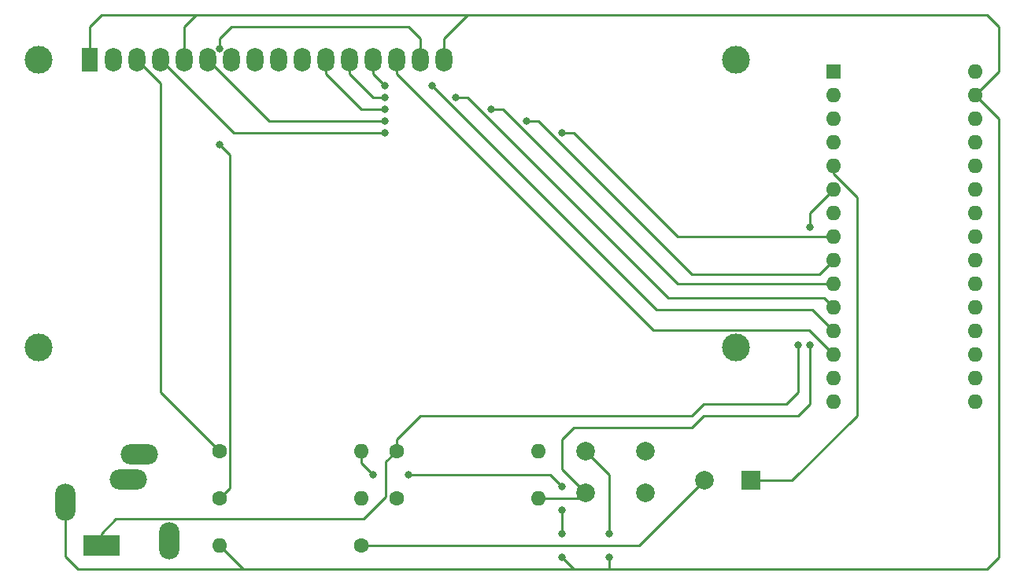
<source format=gbr>
%TF.GenerationSoftware,KiCad,Pcbnew,5.1.6*%
%TF.CreationDate,2020-06-14T13:39:51+02:00*%
%TF.ProjectId,pcb,7063622e-6b69-4636-9164-5f7063625858,rev?*%
%TF.SameCoordinates,Original*%
%TF.FileFunction,Copper,L1,Top*%
%TF.FilePolarity,Positive*%
%FSLAX46Y46*%
G04 Gerber Fmt 4.6, Leading zero omitted, Abs format (unit mm)*
G04 Created by KiCad (PCBNEW 5.1.6) date 2020-06-14 13:39:51*
%MOMM*%
%LPD*%
G01*
G04 APERTURE LIST*
%TA.AperFunction,ComponentPad*%
%ADD10R,1.600000X1.600000*%
%TD*%
%TA.AperFunction,ComponentPad*%
%ADD11O,1.600000X1.600000*%
%TD*%
%TA.AperFunction,ComponentPad*%
%ADD12R,4.000000X2.200000*%
%TD*%
%TA.AperFunction,ComponentPad*%
%ADD13O,2.200000X4.000000*%
%TD*%
%TA.AperFunction,ComponentPad*%
%ADD14O,4.000000X2.200000*%
%TD*%
%TA.AperFunction,ComponentPad*%
%ADD15C,1.600000*%
%TD*%
%TA.AperFunction,ComponentPad*%
%ADD16C,2.000000*%
%TD*%
%TA.AperFunction,ComponentPad*%
%ADD17R,1.800000X2.600000*%
%TD*%
%TA.AperFunction,ComponentPad*%
%ADD18O,1.800000X2.600000*%
%TD*%
%TA.AperFunction,ComponentPad*%
%ADD19C,3.000000*%
%TD*%
%TA.AperFunction,ComponentPad*%
%ADD20R,2.000000X2.000000*%
%TD*%
%TA.AperFunction,ViaPad*%
%ADD21C,0.800000*%
%TD*%
%TA.AperFunction,Conductor*%
%ADD22C,0.250000*%
%TD*%
G04 APERTURE END LIST*
D10*
%TO.P,A1,1*%
%TO.N,Net-(A1-Pad1)*%
X168910000Y-78486000D03*
D11*
%TO.P,A1,17*%
%TO.N,Net-(A1-Pad17)*%
X184150000Y-111506000D03*
%TO.P,A1,2*%
%TO.N,Net-(A1-Pad2)*%
X168910000Y-81026000D03*
%TO.P,A1,18*%
%TO.N,Net-(A1-Pad18)*%
X184150000Y-108966000D03*
%TO.P,A1,3*%
%TO.N,Net-(A1-Pad3)*%
X168910000Y-83566000D03*
%TO.P,A1,19*%
%TO.N,Net-(A1-Pad19)*%
X184150000Y-106426000D03*
%TO.P,A1,4*%
%TO.N,Net-(A1-Pad4)*%
X168910000Y-86106000D03*
%TO.P,A1,20*%
%TO.N,Net-(A1-Pad20)*%
X184150000Y-103886000D03*
%TO.P,A1,5*%
%TO.N,Net-(A1-Pad5)*%
X168910000Y-88646000D03*
%TO.P,A1,21*%
%TO.N,Net-(A1-Pad21)*%
X184150000Y-101346000D03*
%TO.P,A1,6*%
%TO.N,Net-(A1-Pad6)*%
X168910000Y-91186000D03*
%TO.P,A1,22*%
%TO.N,Net-(A1-Pad22)*%
X184150000Y-98806000D03*
%TO.P,A1,7*%
%TO.N,KEY_POS*%
X168910000Y-93726000D03*
%TO.P,A1,23*%
%TO.N,Net-(A1-Pad23)*%
X184150000Y-96266000D03*
%TO.P,A1,8*%
%TO.N,Net-(A1-Pad8)*%
X168910000Y-96266000D03*
%TO.P,A1,24*%
%TO.N,Net-(A1-Pad24)*%
X184150000Y-93726000D03*
%TO.P,A1,9*%
%TO.N,Net-(A1-Pad9)*%
X168910000Y-98806000D03*
%TO.P,A1,25*%
%TO.N,Net-(A1-Pad25)*%
X184150000Y-91186000D03*
%TO.P,A1,10*%
%TO.N,Net-(A1-Pad10)*%
X168910000Y-101346000D03*
%TO.P,A1,26*%
%TO.N,Net-(A1-Pad26)*%
X184150000Y-88646000D03*
%TO.P,A1,11*%
%TO.N,Net-(A1-Pad11)*%
X168910000Y-103886000D03*
%TO.P,A1,27*%
%TO.N,+5V*%
X184150000Y-86106000D03*
%TO.P,A1,12*%
%TO.N,Net-(A1-Pad12)*%
X168910000Y-106426000D03*
%TO.P,A1,28*%
%TO.N,Net-(A1-Pad28)*%
X184150000Y-83566000D03*
%TO.P,A1,13*%
%TO.N,Net-(A1-Pad13)*%
X168910000Y-108966000D03*
%TO.P,A1,29*%
%TO.N,GND*%
X184150000Y-81026000D03*
%TO.P,A1,14*%
%TO.N,Net-(A1-Pad14)*%
X168910000Y-111506000D03*
%TO.P,A1,30*%
%TO.N,Net-(A1-Pad30)*%
X184150000Y-78486000D03*
%TO.P,A1,15*%
%TO.N,Net-(A1-Pad15)*%
X168910000Y-114046000D03*
%TO.P,A1,16*%
%TO.N,Net-(A1-Pad16)*%
X184150000Y-114046000D03*
%TD*%
D12*
%TO.P,J1,T*%
%TO.N,KEY_POS*%
X90170000Y-129540000D03*
D13*
%TO.P,J1,TN*%
%TO.N,N/C*%
X97470000Y-129040000D03*
D14*
%TO.P,J1,RN*%
X93070000Y-122440000D03*
%TO.P,J1,R*%
X94270000Y-119740000D03*
D13*
%TO.P,J1,S*%
%TO.N,GND*%
X86270000Y-124940000D03*
%TD*%
D11*
%TO.P,R1,2*%
%TO.N,GND*%
X118110000Y-119380000D03*
D15*
%TO.P,R1,1*%
%TO.N,Net-(R1-Pad1)*%
X102870000Y-119380000D03*
%TD*%
%TO.P,R2,1*%
%TO.N,Net-(R2-Pad1)*%
X102870000Y-124460000D03*
D11*
%TO.P,R2,2*%
%TO.N,+5V*%
X118110000Y-124460000D03*
%TD*%
D15*
%TO.P,R3,1*%
%TO.N,Net-(BZ1-Pad2)*%
X118110000Y-129540000D03*
D11*
%TO.P,R3,2*%
%TO.N,GND*%
X102870000Y-129540000D03*
%TD*%
D15*
%TO.P,R4,1*%
%TO.N,KEY_POS*%
X121920000Y-119380000D03*
D11*
%TO.P,R4,2*%
%TO.N,+5V*%
X137160000Y-119380000D03*
%TD*%
%TO.P,R5,2*%
%TO.N,Net-(A1-Pad6)*%
X137160000Y-124460000D03*
D15*
%TO.P,R5,1*%
%TO.N,+5V*%
X121920000Y-124460000D03*
%TD*%
D16*
%TO.P,SW1,2*%
%TO.N,Net-(A1-Pad6)*%
X142240000Y-123880000D03*
%TO.P,SW1,1*%
%TO.N,GND*%
X142240000Y-119380000D03*
%TO.P,SW1,2*%
%TO.N,Net-(A1-Pad6)*%
X148740000Y-123880000D03*
%TO.P,SW1,1*%
%TO.N,GND*%
X148740000Y-119380000D03*
%TD*%
D17*
%TO.P,U1,1*%
%TO.N,GND*%
X88900000Y-77216000D03*
D18*
%TO.P,U1,2*%
%TO.N,+5V*%
X91440000Y-77216000D03*
%TO.P,U1,3*%
%TO.N,Net-(R1-Pad1)*%
X93980000Y-77216000D03*
%TO.P,U1,4*%
%TO.N,Net-(A1-Pad8)*%
X96520000Y-77216000D03*
%TO.P,U1,5*%
%TO.N,GND*%
X99060000Y-77216000D03*
%TO.P,U1,6*%
%TO.N,Net-(A1-Pad9)*%
X101600000Y-77216000D03*
%TO.P,U1,7*%
%TO.N,Net-(U1-Pad7)*%
X104140000Y-77216000D03*
%TO.P,U1,8*%
%TO.N,Net-(U1-Pad8)*%
X106680000Y-77216000D03*
%TO.P,U1,9*%
%TO.N,Net-(U1-Pad9)*%
X109220000Y-77216000D03*
%TO.P,U1,10*%
%TO.N,Net-(U1-Pad10)*%
X111760000Y-77216000D03*
%TO.P,U1,11*%
%TO.N,Net-(A1-Pad10)*%
X114300000Y-77216000D03*
%TO.P,U1,12*%
%TO.N,Net-(A1-Pad11)*%
X116840000Y-77216000D03*
%TO.P,U1,13*%
%TO.N,Net-(A1-Pad12)*%
X119380000Y-77216000D03*
%TO.P,U1,14*%
%TO.N,Net-(A1-Pad13)*%
X121920000Y-77216000D03*
%TO.P,U1,15*%
%TO.N,Net-(R2-Pad1)*%
X124460000Y-77216000D03*
%TO.P,U1,16*%
%TO.N,GND*%
X127000000Y-77216000D03*
D19*
%TO.P,U1,*%
%TO.N,*%
X83400900Y-77216000D03*
X83400900Y-108216700D03*
X158399480Y-108216700D03*
X158400000Y-77216000D03*
%TD*%
D20*
%TO.P,BZ1,1*%
%TO.N,Net-(A1-Pad5)*%
X160020000Y-122555000D03*
D16*
%TO.P,BZ1,2*%
%TO.N,Net-(BZ1-Pad2)*%
X155020000Y-122555000D03*
%TD*%
D21*
%TO.N,Net-(A1-Pad6)*%
X166370000Y-107950000D03*
X166370000Y-95250000D03*
%TO.N,KEY_POS*%
X165100000Y-107950000D03*
%TO.N,Net-(A1-Pad8)*%
X120650000Y-85090000D03*
X139700000Y-85090000D03*
%TO.N,Net-(A1-Pad9)*%
X120650000Y-83820000D03*
X135890000Y-83820000D03*
%TO.N,Net-(A1-Pad10)*%
X120650000Y-82550000D03*
X132080000Y-82550000D03*
%TO.N,Net-(A1-Pad11)*%
X120650000Y-81280000D03*
X128270000Y-81280000D03*
%TO.N,Net-(A1-Pad12)*%
X120650000Y-80010000D03*
X125730000Y-80010000D03*
%TO.N,GND*%
X144780000Y-128270000D03*
X144780000Y-130810000D03*
X119380000Y-121920000D03*
X123190000Y-121920000D03*
X139700000Y-123190000D03*
X139700000Y-125730000D03*
X139700000Y-128270000D03*
X139700000Y-130810000D03*
%TO.N,Net-(R2-Pad1)*%
X102870000Y-76017814D03*
X102870000Y-86360000D03*
%TD*%
D22*
%TO.N,Net-(A1-Pad5)*%
X171450000Y-115570000D02*
X164465000Y-122555000D01*
X171450000Y-92060998D02*
X171450000Y-115570000D01*
X168910000Y-89520998D02*
X171450000Y-92060998D01*
X164465000Y-122555000D02*
X160020000Y-122555000D01*
X168910000Y-88646000D02*
X168910000Y-89520998D01*
%TO.N,Net-(A1-Pad6)*%
X141660000Y-124460000D02*
X142240000Y-123880000D01*
X137160000Y-124460000D02*
X141660000Y-124460000D01*
X166370000Y-93726000D02*
X168910000Y-91186000D01*
X166370000Y-95250000D02*
X166370000Y-93726000D01*
X139700000Y-121340000D02*
X142240000Y-123880000D01*
X139700000Y-118110000D02*
X139700000Y-121340000D01*
X140970000Y-116840000D02*
X139700000Y-118110000D01*
X153670000Y-116840000D02*
X140970000Y-116840000D01*
X154940000Y-115570000D02*
X153670000Y-116840000D01*
X165100000Y-115570000D02*
X154940000Y-115570000D01*
X166370000Y-114300000D02*
X165100000Y-115570000D01*
X166370000Y-107950000D02*
X166370000Y-114300000D01*
%TO.N,KEY_POS*%
X90170000Y-129540000D02*
X90170000Y-128270000D01*
X91725010Y-126714990D02*
X118395010Y-126714990D01*
X90170000Y-128270000D02*
X91725010Y-126714990D01*
X120794999Y-120505001D02*
X121920000Y-119380000D01*
X120794999Y-124315001D02*
X120794999Y-120505001D01*
X118395010Y-126714990D02*
X120794999Y-124315001D01*
X121920000Y-119380000D02*
X121920000Y-118110000D01*
X121920000Y-118110000D02*
X124460000Y-115570000D01*
X124460000Y-115570000D02*
X153670000Y-115570000D01*
X153670000Y-115570000D02*
X154940000Y-114300000D01*
X154940000Y-114300000D02*
X163830000Y-114300000D01*
X165100000Y-113030000D02*
X165100000Y-107950000D01*
X163830000Y-114300000D02*
X165100000Y-113030000D01*
%TO.N,Net-(A1-Pad8)*%
X104394000Y-85090000D02*
X120650000Y-85090000D01*
X96520000Y-77216000D02*
X104394000Y-85090000D01*
X139700000Y-85090000D02*
X140970000Y-85090000D01*
X152146000Y-96266000D02*
X168910000Y-96266000D01*
X140970000Y-85090000D02*
X152146000Y-96266000D01*
%TO.N,Net-(A1-Pad9)*%
X108204000Y-83820000D02*
X120650000Y-83820000D01*
X101600000Y-77216000D02*
X108204000Y-83820000D01*
X135890000Y-83820000D02*
X137160000Y-83820000D01*
X137160000Y-83820000D02*
X153670000Y-100330000D01*
X167386000Y-100330000D02*
X168910000Y-98806000D01*
X153670000Y-100330000D02*
X167386000Y-100330000D01*
%TO.N,Net-(A1-Pad10)*%
X114300000Y-77216000D02*
X114300000Y-78740000D01*
X118110000Y-82550000D02*
X120650000Y-82550000D01*
X114300000Y-78740000D02*
X118110000Y-82550000D01*
X132080000Y-82550000D02*
X133350000Y-82550000D01*
X152146000Y-101346000D02*
X168910000Y-101346000D01*
X133350000Y-82550000D02*
X152146000Y-101346000D01*
%TO.N,Net-(A1-Pad11)*%
X116840000Y-77216000D02*
X116840000Y-78740000D01*
X119380000Y-81280000D02*
X120650000Y-81280000D01*
X116840000Y-78740000D02*
X119380000Y-81280000D01*
X128270000Y-81280000D02*
X129540000Y-81280000D01*
X129540000Y-81280000D02*
X151130000Y-102870000D01*
X167894000Y-102870000D02*
X168910000Y-103886000D01*
X151130000Y-102870000D02*
X167894000Y-102870000D01*
%TO.N,Net-(A1-Pad12)*%
X119380000Y-77216000D02*
X119380000Y-78740000D01*
X119380000Y-78740000D02*
X120650000Y-80010000D01*
X166624000Y-104140000D02*
X168910000Y-106426000D01*
X149860000Y-104140000D02*
X166624000Y-104140000D01*
X125730000Y-80010000D02*
X149860000Y-104140000D01*
%TO.N,Net-(A1-Pad13)*%
X121920000Y-77216000D02*
X121920000Y-78740000D01*
X166335699Y-106391699D02*
X168910000Y-108966000D01*
X149571699Y-106391699D02*
X166335699Y-106391699D01*
X121920000Y-78740000D02*
X149571699Y-106391699D01*
%TO.N,GND*%
X184150000Y-81026000D02*
X186690000Y-78486000D01*
X186690000Y-78486000D02*
X186690000Y-73660000D01*
X186690000Y-73660000D02*
X185420000Y-72390000D01*
X185420000Y-72390000D02*
X129540000Y-72390000D01*
X129540000Y-72390000D02*
X127000000Y-74930000D01*
X127000000Y-74930000D02*
X127000000Y-77216000D01*
X99060000Y-77216000D02*
X99060000Y-73660000D01*
X99060000Y-73660000D02*
X100330000Y-72390000D01*
X100330000Y-72390000D02*
X129540000Y-72390000D01*
X88900000Y-77216000D02*
X88900000Y-73660000D01*
X88900000Y-73660000D02*
X90170000Y-72390000D01*
X90170000Y-72390000D02*
X100330000Y-72390000D01*
X144780000Y-121920000D02*
X144780000Y-128270000D01*
X142240000Y-119380000D02*
X144780000Y-121920000D01*
X144780000Y-130810000D02*
X144780000Y-132080000D01*
X118110000Y-120650000D02*
X119380000Y-121920000D01*
X118110000Y-119380000D02*
X118110000Y-120650000D01*
X138430000Y-121920000D02*
X139700000Y-123190000D01*
X123190000Y-121920000D02*
X138430000Y-121920000D01*
X139700000Y-125730000D02*
X139700000Y-128270000D01*
X139700000Y-130810000D02*
X140970000Y-132080000D01*
X102870000Y-129540000D02*
X105410000Y-132080000D01*
X105410000Y-132080000D02*
X140970000Y-132080000D01*
X86270000Y-124940000D02*
X86270000Y-130720000D01*
X86270000Y-130720000D02*
X87630000Y-132080000D01*
X87630000Y-132080000D02*
X105410000Y-132080000D01*
X186690000Y-83566000D02*
X184150000Y-81026000D01*
X186690000Y-130810000D02*
X186690000Y-83566000D01*
X185420000Y-132080000D02*
X186690000Y-130810000D01*
X140970000Y-132080000D02*
X185420000Y-132080000D01*
%TO.N,Net-(BZ1-Pad2)*%
X148035000Y-129540000D02*
X155020000Y-122555000D01*
X118110000Y-129540000D02*
X148035000Y-129540000D01*
%TO.N,Net-(R1-Pad1)*%
X93980000Y-77216000D02*
X96520000Y-79756000D01*
X96520000Y-113030000D02*
X102870000Y-119380000D01*
X96520000Y-79756000D02*
X96520000Y-113030000D01*
%TO.N,Net-(R2-Pad1)*%
X124460000Y-77216000D02*
X124460000Y-74930000D01*
X124460000Y-74930000D02*
X123190000Y-73660000D01*
X123190000Y-73660000D02*
X104140000Y-73660000D01*
X102870000Y-74930000D02*
X102870000Y-76017814D01*
X104140000Y-73660000D02*
X102870000Y-74930000D01*
X103995001Y-123334999D02*
X102870000Y-124460000D01*
X103995001Y-87485001D02*
X103995001Y-123334999D01*
X102870000Y-86360000D02*
X103995001Y-87485001D01*
%TD*%
M02*

</source>
